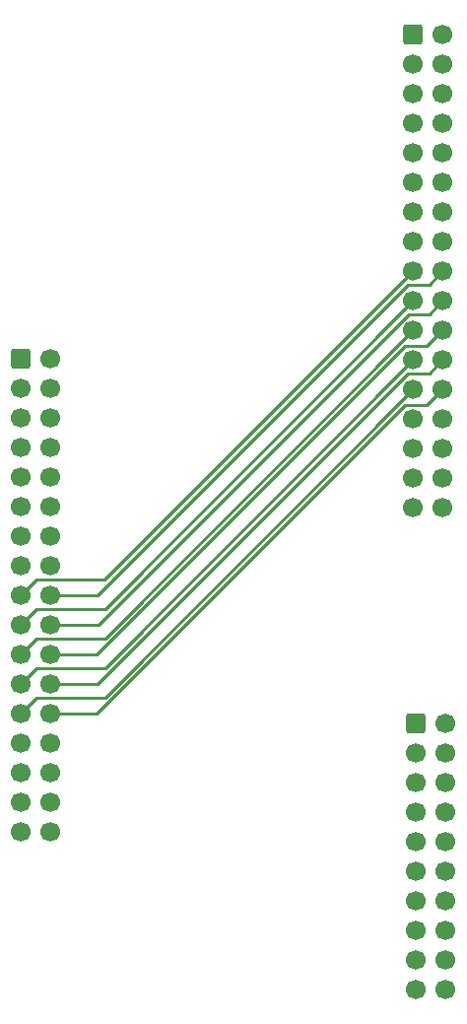
<source format=gbr>
%TF.GenerationSoftware,KiCad,Pcbnew,8.0.2*%
%TF.CreationDate,2024-05-12T23:01:33-04:00*%
%TF.ProjectId,rbmfm,72626d66-6d2e-46b6-9963-61645f706362,rev?*%
%TF.SameCoordinates,Original*%
%TF.FileFunction,Copper,L2,Bot*%
%TF.FilePolarity,Positive*%
%FSLAX46Y46*%
G04 Gerber Fmt 4.6, Leading zero omitted, Abs format (unit mm)*
G04 Created by KiCad (PCBNEW 8.0.2) date 2024-05-12 23:01:33*
%MOMM*%
%LPD*%
G01*
G04 APERTURE LIST*
G04 Aperture macros list*
%AMRoundRect*
0 Rectangle with rounded corners*
0 $1 Rounding radius*
0 $2 $3 $4 $5 $6 $7 $8 $9 X,Y pos of 4 corners*
0 Add a 4 corners polygon primitive as box body*
4,1,4,$2,$3,$4,$5,$6,$7,$8,$9,$2,$3,0*
0 Add four circle primitives for the rounded corners*
1,1,$1+$1,$2,$3*
1,1,$1+$1,$4,$5*
1,1,$1+$1,$6,$7*
1,1,$1+$1,$8,$9*
0 Add four rect primitives between the rounded corners*
20,1,$1+$1,$2,$3,$4,$5,0*
20,1,$1+$1,$4,$5,$6,$7,0*
20,1,$1+$1,$6,$7,$8,$9,0*
20,1,$1+$1,$8,$9,$2,$3,0*%
G04 Aperture macros list end*
%TA.AperFunction,ComponentPad*%
%ADD10RoundRect,0.250000X-0.600000X-0.600000X0.600000X-0.600000X0.600000X0.600000X-0.600000X0.600000X0*%
%TD*%
%TA.AperFunction,ComponentPad*%
%ADD11C,1.700000*%
%TD*%
%TA.AperFunction,Conductor*%
%ADD12C,0.250000*%
%TD*%
G04 APERTURE END LIST*
D10*
%TO.P,J1,1,Pin_1*%
%TO.N,Net-(J1-Pin_1)*%
X117750000Y-98470000D03*
D11*
%TO.P,J1,2,Pin_2*%
%TO.N,Net-(J1-Pin_2)*%
X120290000Y-98470000D03*
%TO.P,J1,3,Pin_3*%
%TO.N,Net-(J1-Pin_3)*%
X117750000Y-101010000D03*
%TO.P,J1,4,Pin_4*%
%TO.N,Net-(J1-Pin_4)*%
X120290000Y-101010000D03*
%TO.P,J1,5,Pin_5*%
%TO.N,Net-(J1-Pin_5)*%
X117750000Y-103550000D03*
%TO.P,J1,6,Pin_6*%
%TO.N,Net-(J1-Pin_6)*%
X120290000Y-103550000D03*
%TO.P,J1,7,Pin_7*%
%TO.N,Net-(J1-Pin_7)*%
X117750000Y-106090000D03*
%TO.P,J1,8,Pin_8*%
%TO.N,Net-(J1-Pin_8)*%
X120290000Y-106090000D03*
%TO.P,J1,9,Pin_9*%
%TO.N,Net-(J1-Pin_9)*%
X117750000Y-108630000D03*
%TO.P,J1,10,Pin_10*%
%TO.N,Net-(J1-Pin_10)*%
X120290000Y-108630000D03*
%TO.P,J1,11,Pin_11*%
%TO.N,Net-(J1-Pin_11)*%
X117750000Y-111170000D03*
%TO.P,J1,12,Pin_12*%
%TO.N,Net-(J1-Pin_12)*%
X120290000Y-111170000D03*
%TO.P,J1,13,Pin_13*%
%TO.N,Net-(J1-Pin_13)*%
X117750000Y-113710000D03*
%TO.P,J1,14,Pin_14*%
%TO.N,Net-(J1-Pin_14)*%
X120290000Y-113710000D03*
%TO.P,J1,15,Pin_15*%
%TO.N,Net-(J1-Pin_15)*%
X117750000Y-116250000D03*
%TO.P,J1,16,Pin_16*%
%TO.N,Net-(J1-Pin_16)*%
X120290000Y-116250000D03*
%TO.P,J1,17,Pin_17*%
%TO.N,Net-(J1-Pin_17)*%
X117750000Y-118790000D03*
%TO.P,J1,18,Pin_18*%
%TO.N,Net-(J1-Pin_18)*%
X120290000Y-118790000D03*
%TO.P,J1,19,Pin_19*%
%TO.N,Net-(J1-Pin_19)*%
X117750000Y-121330000D03*
%TO.P,J1,20,Pin_20*%
%TO.N,Net-(J1-Pin_20)*%
X120290000Y-121330000D03*
%TO.P,J1,21,Pin_21*%
%TO.N,Net-(J1-Pin_21)*%
X117750000Y-123870000D03*
%TO.P,J1,22,Pin_22*%
%TO.N,Net-(J1-Pin_22)*%
X120290000Y-123870000D03*
%TO.P,J1,23,Pin_23*%
%TO.N,Net-(J1-Pin_23)*%
X117750000Y-126410000D03*
%TO.P,J1,24,Pin_24*%
%TO.N,Net-(J1-Pin_24)*%
X120290000Y-126410000D03*
%TO.P,J1,25,Pin_25*%
%TO.N,Net-(J1-Pin_25)*%
X117750000Y-128950000D03*
%TO.P,J1,26,Pin_26*%
%TO.N,Net-(J1-Pin_26)*%
X120290000Y-128950000D03*
%TO.P,J1,27,Pin_27*%
%TO.N,Net-(J1-Pin_27)*%
X117750000Y-131490000D03*
%TO.P,J1,28,Pin_28*%
%TO.N,Net-(J1-Pin_28)*%
X120290000Y-131490000D03*
%TO.P,J1,29,Pin_29*%
%TO.N,Net-(J1-Pin_29)*%
X117750000Y-134030000D03*
%TO.P,J1,30,Pin_30*%
%TO.N,Net-(J1-Pin_30)*%
X120290000Y-134030000D03*
%TO.P,J1,31,Pin_31*%
%TO.N,unconnected-(J1-Pin_31-Pad31)*%
X117750000Y-136570000D03*
%TO.P,J1,32,Pin_32*%
%TO.N,unconnected-(J1-Pin_32-Pad32)*%
X120290000Y-136570000D03*
%TO.P,J1,33,Pin_33*%
%TO.N,unconnected-(J1-Pin_33-Pad33)*%
X117750000Y-139110000D03*
%TO.P,J1,34,Pin_34*%
%TO.N,unconnected-(J1-Pin_34-Pad34)*%
X120290000Y-139110000D03*
%TD*%
D10*
%TO.P,J3,1,Pin_1*%
%TO.N,unconnected-(J3-Pin_1-Pad1)*%
X151710000Y-129840000D03*
D11*
%TO.P,J3,2,Pin_2*%
%TO.N,unconnected-(J3-Pin_2-Pad2)*%
X154250000Y-129840000D03*
%TO.P,J3,3,Pin_3*%
%TO.N,unconnected-(J3-Pin_3-Pad3)*%
X151710000Y-132380000D03*
%TO.P,J3,4,Pin_4*%
%TO.N,unconnected-(J3-Pin_4-Pad4)*%
X154250000Y-132380000D03*
%TO.P,J3,5,Pin_5*%
%TO.N,unconnected-(J3-Pin_5-Pad5)*%
X151710000Y-134920000D03*
%TO.P,J3,6,Pin_6*%
%TO.N,unconnected-(J3-Pin_6-Pad6)*%
X154250000Y-134920000D03*
%TO.P,J3,7,Pin_7*%
%TO.N,unconnected-(J3-Pin_7-Pad7)*%
X151710000Y-137460000D03*
%TO.P,J3,8,Pin_8*%
%TO.N,unconnected-(J3-Pin_8-Pad8)*%
X154250000Y-137460000D03*
%TO.P,J3,9,Pin_9*%
%TO.N,unconnected-(J3-Pin_9-Pad9)*%
X151710000Y-140000000D03*
%TO.P,J3,10,Pin_10*%
%TO.N,unconnected-(J3-Pin_10-Pad10)*%
X154250000Y-140000000D03*
%TO.P,J3,11,Pin_11*%
%TO.N,unconnected-(J3-Pin_11-Pad11)*%
X151710000Y-142540000D03*
%TO.P,J3,12,Pin_12*%
%TO.N,unconnected-(J3-Pin_12-Pad12)*%
X154250000Y-142540000D03*
%TO.P,J3,13,Pin_13*%
%TO.N,Net-(J1-Pin_27)*%
X151710000Y-145080000D03*
%TO.P,J3,14,Pin_14*%
%TO.N,Net-(J1-Pin_28)*%
X154250000Y-145080000D03*
%TO.P,J3,15,Pin_15*%
%TO.N,unconnected-(J3-Pin_15-Pad15)*%
X151710000Y-147620000D03*
%TO.P,J3,16,Pin_16*%
%TO.N,unconnected-(J3-Pin_16-Pad16)*%
X154250000Y-147620000D03*
%TO.P,J3,17,Pin_17*%
%TO.N,Net-(J1-Pin_29)*%
X151710000Y-150160000D03*
%TO.P,J3,18,Pin_18*%
%TO.N,Net-(J1-Pin_30)*%
X154250000Y-150160000D03*
%TO.P,J3,19,Pin_19*%
%TO.N,unconnected-(J3-Pin_19-Pad19)*%
X151710000Y-152700000D03*
%TO.P,J3,20,Pin_20*%
%TO.N,unconnected-(J3-Pin_20-Pad20)*%
X154250000Y-152700000D03*
%TD*%
D10*
%TO.P,J2,1,Pin_1*%
%TO.N,Net-(J1-Pin_1)*%
X151460000Y-70610000D03*
D11*
%TO.P,J2,2,Pin_2*%
%TO.N,Net-(J1-Pin_2)*%
X154000000Y-70610000D03*
%TO.P,J2,3,Pin_3*%
%TO.N,Net-(J1-Pin_3)*%
X151460000Y-73150000D03*
%TO.P,J2,4,Pin_4*%
%TO.N,Net-(J1-Pin_4)*%
X154000000Y-73150000D03*
%TO.P,J2,5,Pin_5*%
%TO.N,Net-(J1-Pin_5)*%
X151460000Y-75690000D03*
%TO.P,J2,6,Pin_6*%
%TO.N,Net-(J1-Pin_6)*%
X154000000Y-75690000D03*
%TO.P,J2,7,Pin_7*%
%TO.N,Net-(J1-Pin_7)*%
X151460000Y-78230000D03*
%TO.P,J2,8,Pin_8*%
%TO.N,Net-(J1-Pin_8)*%
X154000000Y-78230000D03*
%TO.P,J2,9,Pin_9*%
%TO.N,Net-(J1-Pin_9)*%
X151460000Y-80770000D03*
%TO.P,J2,10,Pin_10*%
%TO.N,Net-(J1-Pin_10)*%
X154000000Y-80770000D03*
%TO.P,J2,11,Pin_11*%
%TO.N,Net-(J1-Pin_11)*%
X151460000Y-83310000D03*
%TO.P,J2,12,Pin_12*%
%TO.N,Net-(J1-Pin_12)*%
X154000000Y-83310000D03*
%TO.P,J2,13,Pin_13*%
%TO.N,Net-(J1-Pin_13)*%
X151460000Y-85850000D03*
%TO.P,J2,14,Pin_14*%
%TO.N,Net-(J1-Pin_14)*%
X154000000Y-85850000D03*
%TO.P,J2,15,Pin_15*%
%TO.N,unconnected-(J2-Pin_15-Pad15)*%
X151460000Y-88390000D03*
%TO.P,J2,16,Pin_16*%
%TO.N,unconnected-(J2-Pin_16-Pad16)*%
X154000000Y-88390000D03*
%TO.P,J2,17,Pin_17*%
%TO.N,Net-(J1-Pin_17)*%
X151460000Y-90930000D03*
%TO.P,J2,18,Pin_18*%
%TO.N,Net-(J1-Pin_18)*%
X154000000Y-90930000D03*
%TO.P,J2,19,Pin_19*%
%TO.N,Net-(J1-Pin_19)*%
X151460000Y-93470000D03*
%TO.P,J2,20,Pin_20*%
%TO.N,Net-(J1-Pin_20)*%
X154000000Y-93470000D03*
%TO.P,J2,21,Pin_21*%
%TO.N,Net-(J1-Pin_21)*%
X151460000Y-96010000D03*
%TO.P,J2,22,Pin_22*%
%TO.N,Net-(J1-Pin_22)*%
X154000000Y-96010000D03*
%TO.P,J2,23,Pin_23*%
%TO.N,Net-(J1-Pin_23)*%
X151460000Y-98550000D03*
%TO.P,J2,24,Pin_24*%
%TO.N,Net-(J1-Pin_24)*%
X154000000Y-98550000D03*
%TO.P,J2,25,Pin_25*%
%TO.N,Net-(J1-Pin_25)*%
X151460000Y-101090000D03*
%TO.P,J2,26,Pin_26*%
%TO.N,Net-(J1-Pin_26)*%
X154000000Y-101090000D03*
%TO.P,J2,27,Pin_27*%
%TO.N,unconnected-(J2-Pin_27-Pad27)*%
X151460000Y-103630000D03*
%TO.P,J2,28,Pin_28*%
%TO.N,unconnected-(J2-Pin_28-Pad28)*%
X154000000Y-103630000D03*
%TO.P,J2,29,Pin_29*%
%TO.N,unconnected-(J2-Pin_29-Pad29)*%
X151460000Y-106170000D03*
%TO.P,J2,30,Pin_30*%
%TO.N,unconnected-(J2-Pin_30-Pad30)*%
X154000000Y-106170000D03*
%TO.P,J2,31,Pin_31*%
%TO.N,unconnected-(J2-Pin_31-Pad31)*%
X151460000Y-108710000D03*
%TO.P,J2,32,Pin_32*%
%TO.N,unconnected-(J2-Pin_32-Pad32)*%
X154000000Y-108710000D03*
%TO.P,J2,33,Pin_33*%
%TO.N,Net-(J1-Pin_15)*%
X151460000Y-111250000D03*
%TO.P,J2,34,Pin_34*%
%TO.N,Net-(J1-Pin_16)*%
X154000000Y-111250000D03*
%TD*%
D12*
%TO.N,Net-(J1-Pin_17)*%
X151460000Y-90930000D02*
X124890000Y-117500000D01*
X124890000Y-117500000D02*
X119040000Y-117500000D01*
X119040000Y-117500000D02*
X117750000Y-118790000D01*
%TO.N,Net-(J1-Pin_18)*%
X152825000Y-92105000D02*
X150973299Y-92105000D01*
X154000000Y-90930000D02*
X152825000Y-92105000D01*
X124288299Y-118790000D02*
X120290000Y-118790000D01*
X150973299Y-92105000D02*
X124288299Y-118790000D01*
%TO.N,Net-(J1-Pin_19)*%
X151460000Y-93470000D02*
X124965000Y-119965000D01*
X119115000Y-119965000D02*
X117750000Y-121330000D01*
X124965000Y-119965000D02*
X119115000Y-119965000D01*
%TO.N,Net-(J1-Pin_20)*%
X124420000Y-121330000D02*
X120290000Y-121330000D01*
X152825000Y-94645000D02*
X151105000Y-94645000D01*
X154000000Y-93470000D02*
X152825000Y-94645000D01*
X151105000Y-94645000D02*
X124420000Y-121330000D01*
%TO.N,Net-(J1-Pin_21)*%
X151460000Y-96010000D02*
X124965000Y-122505000D01*
X119115000Y-122505000D02*
X117750000Y-123870000D01*
X124965000Y-122505000D02*
X119115000Y-122505000D01*
%TO.N,Net-(J1-Pin_22)*%
X152635000Y-97375000D02*
X150731396Y-97375000D01*
X154000000Y-96010000D02*
X152635000Y-97375000D01*
X150731396Y-97375000D02*
X124236396Y-123870000D01*
X124236396Y-123870000D02*
X120290000Y-123870000D01*
%TO.N,Net-(J1-Pin_23)*%
X151460000Y-98550000D02*
X124965000Y-125045000D01*
X124965000Y-125045000D02*
X119115000Y-125045000D01*
X119115000Y-125045000D02*
X117750000Y-126410000D01*
%TO.N,Net-(J1-Pin_24)*%
X154000000Y-98550000D02*
X152825000Y-99725000D01*
X124288299Y-126410000D02*
X120290000Y-126410000D01*
X152825000Y-99725000D02*
X150973299Y-99725000D01*
X150973299Y-99725000D02*
X124288299Y-126410000D01*
%TO.N,Net-(J1-Pin_25)*%
X124965000Y-127585000D02*
X119115000Y-127585000D01*
X151460000Y-101090000D02*
X124965000Y-127585000D01*
X119115000Y-127585000D02*
X117750000Y-128950000D01*
%TO.N,Net-(J1-Pin_26)*%
X154000000Y-101090000D02*
X152635000Y-102455000D01*
X150731396Y-102455000D02*
X124236396Y-128950000D01*
X124236396Y-128950000D02*
X120290000Y-128950000D01*
X152635000Y-102455000D02*
X150731396Y-102455000D01*
%TD*%
M02*

</source>
